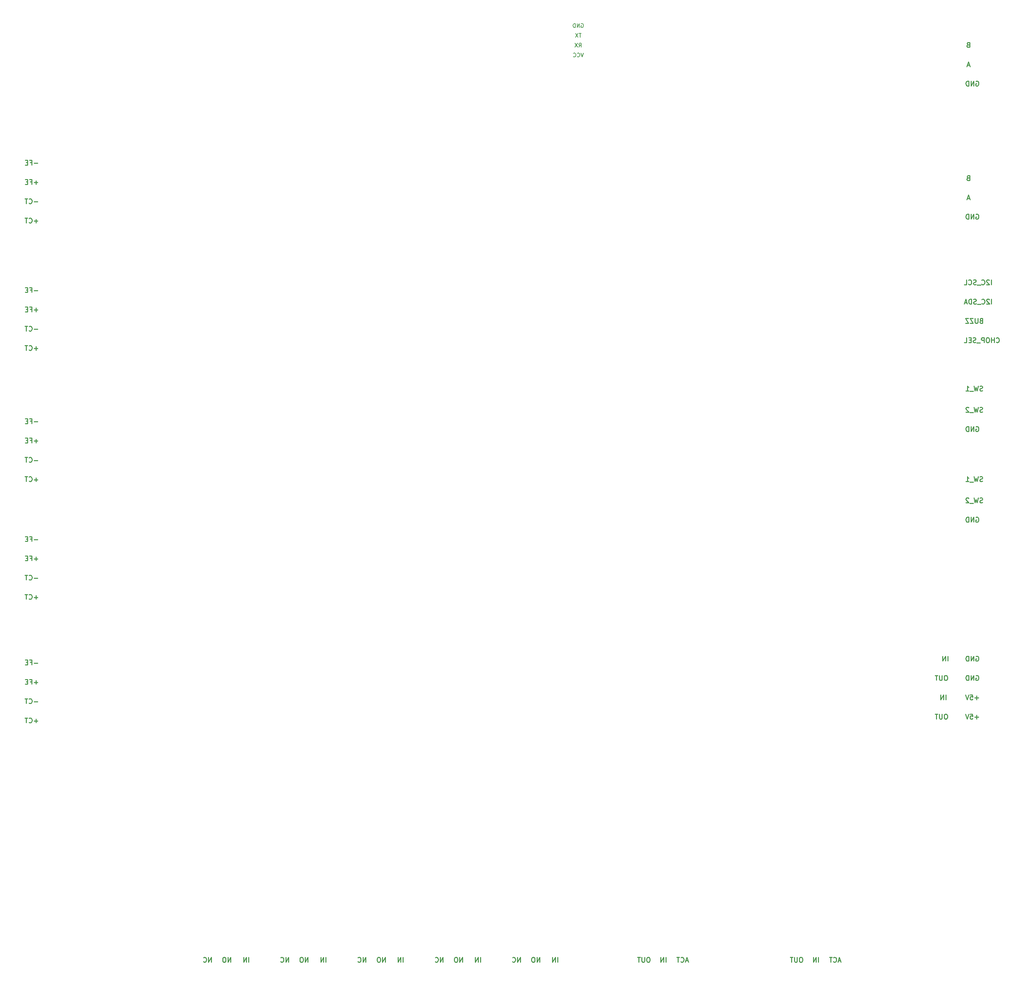
<source format=gbr>
%TF.GenerationSoftware,KiCad,Pcbnew,6.0.10-86aedd382b~118~ubuntu18.04.1*%
%TF.CreationDate,2024-06-09T22:46:36-03:00*%
%TF.ProjectId,salt,73616c74-2e6b-4696-9361-645f70636258,1.5*%
%TF.SameCoordinates,Original*%
%TF.FileFunction,Legend,Bot*%
%TF.FilePolarity,Positive*%
%FSLAX46Y46*%
G04 Gerber Fmt 4.6, Leading zero omitted, Abs format (unit mm)*
G04 Created by KiCad (PCBNEW 6.0.10-86aedd382b~118~ubuntu18.04.1) date 2024-06-09 22:46:36*
%MOMM*%
%LPD*%
G01*
G04 APERTURE LIST*
%ADD10C,0.250000*%
%ADD11C,0.150000*%
G04 APERTURE END LIST*
D10*
X45577380Y-120089285D02*
X44625000Y-120089285D01*
X43315476Y-120446428D02*
X43375000Y-120505952D01*
X43553571Y-120565476D01*
X43672619Y-120565476D01*
X43851190Y-120505952D01*
X43970238Y-120386904D01*
X44029761Y-120267857D01*
X44089285Y-120029761D01*
X44089285Y-119851190D01*
X44029761Y-119613095D01*
X43970238Y-119494047D01*
X43851190Y-119375000D01*
X43672619Y-119315476D01*
X43553571Y-119315476D01*
X43375000Y-119375000D01*
X43315476Y-119434523D01*
X42958333Y-119315476D02*
X42244047Y-119315476D01*
X42601190Y-120565476D02*
X42601190Y-119315476D01*
X160154761Y-284065476D02*
X160154761Y-282815476D01*
X159559523Y-284065476D02*
X159559523Y-282815476D01*
X158845238Y-284065476D01*
X158845238Y-282815476D01*
X45577380Y-206589285D02*
X44625000Y-206589285D01*
X43613095Y-206410714D02*
X44029761Y-206410714D01*
X44029761Y-207065476D02*
X44029761Y-205815476D01*
X43434523Y-205815476D01*
X42958333Y-206410714D02*
X42541666Y-206410714D01*
X42363095Y-207065476D02*
X42958333Y-207065476D01*
X42958333Y-205815476D01*
X42363095Y-205815476D01*
X95511904Y-284065476D02*
X95511904Y-282815476D01*
X94797619Y-284065476D01*
X94797619Y-282815476D01*
X93964285Y-282815476D02*
X93726190Y-282815476D01*
X93607142Y-282875000D01*
X93488095Y-282994047D01*
X93428571Y-283232142D01*
X93428571Y-283648809D01*
X93488095Y-283886904D01*
X93607142Y-284005952D01*
X93726190Y-284065476D01*
X93964285Y-284065476D01*
X94083333Y-284005952D01*
X94202380Y-283886904D01*
X94261904Y-283648809D01*
X94261904Y-283232142D01*
X94202380Y-282994047D01*
X94083333Y-282875000D01*
X93964285Y-282815476D01*
X290142857Y-159505952D02*
X289964285Y-159565476D01*
X289666666Y-159565476D01*
X289547619Y-159505952D01*
X289488095Y-159446428D01*
X289428571Y-159327380D01*
X289428571Y-159208333D01*
X289488095Y-159089285D01*
X289547619Y-159029761D01*
X289666666Y-158970238D01*
X289904761Y-158910714D01*
X290023809Y-158851190D01*
X290083333Y-158791666D01*
X290142857Y-158672619D01*
X290142857Y-158553571D01*
X290083333Y-158434523D01*
X290023809Y-158375000D01*
X289904761Y-158315476D01*
X289607142Y-158315476D01*
X289428571Y-158375000D01*
X289011904Y-158315476D02*
X288714285Y-159565476D01*
X288476190Y-158672619D01*
X288238095Y-159565476D01*
X287940476Y-158315476D01*
X287761904Y-159684523D02*
X286809523Y-159684523D01*
X285857142Y-159565476D02*
X286571428Y-159565476D01*
X286214285Y-159565476D02*
X286214285Y-158315476D01*
X286333333Y-158494047D01*
X286452380Y-158613095D01*
X286571428Y-158672619D01*
X280750000Y-209815476D02*
X280511904Y-209815476D01*
X280392857Y-209875000D01*
X280273809Y-209994047D01*
X280214285Y-210232142D01*
X280214285Y-210648809D01*
X280273809Y-210886904D01*
X280392857Y-211005952D01*
X280511904Y-211065476D01*
X280750000Y-211065476D01*
X280869047Y-211005952D01*
X280988095Y-210886904D01*
X281047619Y-210648809D01*
X281047619Y-210232142D01*
X280988095Y-209994047D01*
X280869047Y-209875000D01*
X280750000Y-209815476D01*
X279678571Y-209815476D02*
X279678571Y-210827380D01*
X279619047Y-210946428D01*
X279559523Y-211005952D01*
X279440476Y-211065476D01*
X279202380Y-211065476D01*
X279083333Y-211005952D01*
X279023809Y-210946428D01*
X278964285Y-210827380D01*
X278964285Y-209815476D01*
X278547619Y-209815476D02*
X277833333Y-209815476D01*
X278190476Y-211065476D02*
X278190476Y-209815476D01*
X155511904Y-284065476D02*
X155511904Y-282815476D01*
X154797619Y-284065476D01*
X154797619Y-282815476D01*
X153964285Y-282815476D02*
X153726190Y-282815476D01*
X153607142Y-282875000D01*
X153488095Y-282994047D01*
X153428571Y-283232142D01*
X153428571Y-283648809D01*
X153488095Y-283886904D01*
X153607142Y-284005952D01*
X153726190Y-284065476D01*
X153964285Y-284065476D01*
X154083333Y-284005952D01*
X154202380Y-283886904D01*
X154261904Y-283648809D01*
X154261904Y-283232142D01*
X154202380Y-282994047D01*
X154083333Y-282875000D01*
X153964285Y-282815476D01*
X45577380Y-82089285D02*
X44625000Y-82089285D01*
X45101190Y-82565476D02*
X45101190Y-81613095D01*
X43613095Y-81910714D02*
X44029761Y-81910714D01*
X44029761Y-82565476D02*
X44029761Y-81315476D01*
X43434523Y-81315476D01*
X42958333Y-81910714D02*
X42541666Y-81910714D01*
X42363095Y-82565476D02*
X42958333Y-82565476D01*
X42958333Y-81315476D01*
X42363095Y-81315476D01*
X288452380Y-209875000D02*
X288571428Y-209815476D01*
X288750000Y-209815476D01*
X288928571Y-209875000D01*
X289047619Y-209994047D01*
X289107142Y-210113095D01*
X289166666Y-210351190D01*
X289166666Y-210529761D01*
X289107142Y-210767857D01*
X289047619Y-210886904D01*
X288928571Y-211005952D01*
X288750000Y-211065476D01*
X288630952Y-211065476D01*
X288452380Y-211005952D01*
X288392857Y-210946428D01*
X288392857Y-210529761D01*
X288630952Y-210529761D01*
X287857142Y-211065476D02*
X287857142Y-209815476D01*
X287142857Y-211065476D01*
X287142857Y-209815476D01*
X286547619Y-211065476D02*
X286547619Y-209815476D01*
X286250000Y-209815476D01*
X286071428Y-209875000D01*
X285952380Y-209994047D01*
X285892857Y-210113095D01*
X285833333Y-210351190D01*
X285833333Y-210529761D01*
X285892857Y-210767857D01*
X285952380Y-210886904D01*
X286071428Y-211005952D01*
X286250000Y-211065476D01*
X286547619Y-211065476D01*
X288452380Y-90375000D02*
X288571428Y-90315476D01*
X288750000Y-90315476D01*
X288928571Y-90375000D01*
X289047619Y-90494047D01*
X289107142Y-90613095D01*
X289166666Y-90851190D01*
X289166666Y-91029761D01*
X289107142Y-91267857D01*
X289047619Y-91386904D01*
X288928571Y-91505952D01*
X288750000Y-91565476D01*
X288630952Y-91565476D01*
X288452380Y-91505952D01*
X288392857Y-91446428D01*
X288392857Y-91029761D01*
X288630952Y-91029761D01*
X287857142Y-91565476D02*
X287857142Y-90315476D01*
X287142857Y-91565476D01*
X287142857Y-90315476D01*
X286547619Y-91565476D02*
X286547619Y-90315476D01*
X286250000Y-90315476D01*
X286071428Y-90375000D01*
X285952380Y-90494047D01*
X285892857Y-90613095D01*
X285833333Y-90851190D01*
X285833333Y-91029761D01*
X285892857Y-91267857D01*
X285952380Y-91386904D01*
X286071428Y-91505952D01*
X286250000Y-91565476D01*
X286547619Y-91565476D01*
X213898809Y-283708333D02*
X213303571Y-283708333D01*
X214017857Y-284065476D02*
X213601190Y-282815476D01*
X213184523Y-284065476D01*
X212053571Y-283946428D02*
X212113095Y-284005952D01*
X212291666Y-284065476D01*
X212410714Y-284065476D01*
X212589285Y-284005952D01*
X212708333Y-283886904D01*
X212767857Y-283767857D01*
X212827380Y-283529761D01*
X212827380Y-283351190D01*
X212767857Y-283113095D01*
X212708333Y-282994047D01*
X212589285Y-282875000D01*
X212410714Y-282815476D01*
X212291666Y-282815476D01*
X212113095Y-282875000D01*
X212053571Y-282934523D01*
X211696428Y-282815476D02*
X210982142Y-282815476D01*
X211339285Y-284065476D02*
X211339285Y-282815476D01*
X45577380Y-87089285D02*
X44625000Y-87089285D01*
X43315476Y-87446428D02*
X43375000Y-87505952D01*
X43553571Y-87565476D01*
X43672619Y-87565476D01*
X43851190Y-87505952D01*
X43970238Y-87386904D01*
X44029761Y-87267857D01*
X44089285Y-87029761D01*
X44089285Y-86851190D01*
X44029761Y-86613095D01*
X43970238Y-86494047D01*
X43851190Y-86375000D01*
X43672619Y-86315476D01*
X43553571Y-86315476D01*
X43375000Y-86375000D01*
X43315476Y-86434523D01*
X42958333Y-86315476D02*
X42244047Y-86315476D01*
X42601190Y-87565476D02*
X42601190Y-86315476D01*
X90482142Y-284065476D02*
X90482142Y-282815476D01*
X89767857Y-284065476D01*
X89767857Y-282815476D01*
X88458333Y-283946428D02*
X88517857Y-284005952D01*
X88696428Y-284065476D01*
X88815476Y-284065476D01*
X88994047Y-284005952D01*
X89113095Y-283886904D01*
X89172619Y-283767857D01*
X89232142Y-283529761D01*
X89232142Y-283351190D01*
X89172619Y-283113095D01*
X89113095Y-282994047D01*
X88994047Y-282875000D01*
X88815476Y-282815476D01*
X88696428Y-282815476D01*
X88517857Y-282875000D01*
X88458333Y-282934523D01*
X280750000Y-219815476D02*
X280511904Y-219815476D01*
X280392857Y-219875000D01*
X280273809Y-219994047D01*
X280214285Y-220232142D01*
X280214285Y-220648809D01*
X280273809Y-220886904D01*
X280392857Y-221005952D01*
X280511904Y-221065476D01*
X280750000Y-221065476D01*
X280869047Y-221005952D01*
X280988095Y-220886904D01*
X281047619Y-220648809D01*
X281047619Y-220232142D01*
X280988095Y-219994047D01*
X280869047Y-219875000D01*
X280750000Y-219815476D01*
X279678571Y-219815476D02*
X279678571Y-220827380D01*
X279619047Y-220946428D01*
X279559523Y-221005952D01*
X279440476Y-221065476D01*
X279202380Y-221065476D01*
X279083333Y-221005952D01*
X279023809Y-220946428D01*
X278964285Y-220827380D01*
X278964285Y-219815476D01*
X278547619Y-219815476D02*
X277833333Y-219815476D01*
X278190476Y-221065476D02*
X278190476Y-219815476D01*
X253398809Y-283708333D02*
X252803571Y-283708333D01*
X253517857Y-284065476D02*
X253101190Y-282815476D01*
X252684523Y-284065476D01*
X251553571Y-283946428D02*
X251613095Y-284005952D01*
X251791666Y-284065476D01*
X251910714Y-284065476D01*
X252089285Y-284005952D01*
X252208333Y-283886904D01*
X252267857Y-283767857D01*
X252327380Y-283529761D01*
X252327380Y-283351190D01*
X252267857Y-283113095D01*
X252208333Y-282994047D01*
X252089285Y-282875000D01*
X251910714Y-282815476D01*
X251791666Y-282815476D01*
X251613095Y-282875000D01*
X251553571Y-282934523D01*
X251196428Y-282815476D02*
X250482142Y-282815476D01*
X250839285Y-284065476D02*
X250839285Y-282815476D01*
X280654761Y-216065476D02*
X280654761Y-214815476D01*
X280059523Y-216065476D02*
X280059523Y-214815476D01*
X279345238Y-216065476D01*
X279345238Y-214815476D01*
X293690476Y-123446428D02*
X293750000Y-123505952D01*
X293928571Y-123565476D01*
X294047619Y-123565476D01*
X294226190Y-123505952D01*
X294345238Y-123386904D01*
X294404761Y-123267857D01*
X294464285Y-123029761D01*
X294464285Y-122851190D01*
X294404761Y-122613095D01*
X294345238Y-122494047D01*
X294226190Y-122375000D01*
X294047619Y-122315476D01*
X293928571Y-122315476D01*
X293750000Y-122375000D01*
X293690476Y-122434523D01*
X293154761Y-123565476D02*
X293154761Y-122315476D01*
X293154761Y-122910714D02*
X292440476Y-122910714D01*
X292440476Y-123565476D02*
X292440476Y-122315476D01*
X291607142Y-122315476D02*
X291369047Y-122315476D01*
X291250000Y-122375000D01*
X291130952Y-122494047D01*
X291071428Y-122732142D01*
X291071428Y-123148809D01*
X291130952Y-123386904D01*
X291250000Y-123505952D01*
X291369047Y-123565476D01*
X291607142Y-123565476D01*
X291726190Y-123505952D01*
X291845238Y-123386904D01*
X291904761Y-123148809D01*
X291904761Y-122732142D01*
X291845238Y-122494047D01*
X291726190Y-122375000D01*
X291607142Y-122315476D01*
X290535714Y-123565476D02*
X290535714Y-122315476D01*
X290059523Y-122315476D01*
X289940476Y-122375000D01*
X289880952Y-122434523D01*
X289821428Y-122553571D01*
X289821428Y-122732142D01*
X289880952Y-122851190D01*
X289940476Y-122910714D01*
X290059523Y-122970238D01*
X290535714Y-122970238D01*
X289583333Y-123684523D02*
X288630952Y-123684523D01*
X288392857Y-123505952D02*
X288214285Y-123565476D01*
X287916666Y-123565476D01*
X287797619Y-123505952D01*
X287738095Y-123446428D01*
X287678571Y-123327380D01*
X287678571Y-123208333D01*
X287738095Y-123089285D01*
X287797619Y-123029761D01*
X287916666Y-122970238D01*
X288154761Y-122910714D01*
X288273809Y-122851190D01*
X288333333Y-122791666D01*
X288392857Y-122672619D01*
X288392857Y-122553571D01*
X288333333Y-122434523D01*
X288273809Y-122375000D01*
X288154761Y-122315476D01*
X287857142Y-122315476D01*
X287678571Y-122375000D01*
X287142857Y-122910714D02*
X286726190Y-122910714D01*
X286547619Y-123565476D02*
X287142857Y-123565476D01*
X287142857Y-122315476D01*
X286547619Y-122315476D01*
X285416666Y-123565476D02*
X286011904Y-123565476D01*
X286011904Y-122315476D01*
X288452380Y-145375000D02*
X288571428Y-145315476D01*
X288750000Y-145315476D01*
X288928571Y-145375000D01*
X289047619Y-145494047D01*
X289107142Y-145613095D01*
X289166666Y-145851190D01*
X289166666Y-146029761D01*
X289107142Y-146267857D01*
X289047619Y-146386904D01*
X288928571Y-146505952D01*
X288750000Y-146565476D01*
X288630952Y-146565476D01*
X288452380Y-146505952D01*
X288392857Y-146446428D01*
X288392857Y-146029761D01*
X288630952Y-146029761D01*
X287857142Y-146565476D02*
X287857142Y-145315476D01*
X287142857Y-146565476D01*
X287142857Y-145315476D01*
X286547619Y-146565476D02*
X286547619Y-145315476D01*
X286250000Y-145315476D01*
X286071428Y-145375000D01*
X285952380Y-145494047D01*
X285892857Y-145613095D01*
X285833333Y-145851190D01*
X285833333Y-146029761D01*
X285892857Y-146267857D01*
X285952380Y-146386904D01*
X286071428Y-146505952D01*
X286250000Y-146565476D01*
X286547619Y-146565476D01*
X45577380Y-189589285D02*
X44625000Y-189589285D01*
X45101190Y-190065476D02*
X45101190Y-189113095D01*
X43315476Y-189946428D02*
X43375000Y-190005952D01*
X43553571Y-190065476D01*
X43672619Y-190065476D01*
X43851190Y-190005952D01*
X43970238Y-189886904D01*
X44029761Y-189767857D01*
X44089285Y-189529761D01*
X44089285Y-189351190D01*
X44029761Y-189113095D01*
X43970238Y-188994047D01*
X43851190Y-188875000D01*
X43672619Y-188815476D01*
X43553571Y-188815476D01*
X43375000Y-188875000D01*
X43315476Y-188934523D01*
X42958333Y-188815476D02*
X42244047Y-188815476D01*
X42601190Y-190065476D02*
X42601190Y-188815476D01*
X175511904Y-284065476D02*
X175511904Y-282815476D01*
X174797619Y-284065476D01*
X174797619Y-282815476D01*
X173964285Y-282815476D02*
X173726190Y-282815476D01*
X173607142Y-282875000D01*
X173488095Y-282994047D01*
X173428571Y-283232142D01*
X173428571Y-283648809D01*
X173488095Y-283886904D01*
X173607142Y-284005952D01*
X173726190Y-284065476D01*
X173964285Y-284065476D01*
X174083333Y-284005952D01*
X174202380Y-283886904D01*
X174261904Y-283648809D01*
X174261904Y-283232142D01*
X174202380Y-282994047D01*
X174083333Y-282875000D01*
X173964285Y-282815476D01*
X170482142Y-284065476D02*
X170482142Y-282815476D01*
X169767857Y-284065476D01*
X169767857Y-282815476D01*
X168458333Y-283946428D02*
X168517857Y-284005952D01*
X168696428Y-284065476D01*
X168815476Y-284065476D01*
X168994047Y-284005952D01*
X169113095Y-283886904D01*
X169172619Y-283767857D01*
X169232142Y-283529761D01*
X169232142Y-283351190D01*
X169172619Y-283113095D01*
X169113095Y-282994047D01*
X168994047Y-282875000D01*
X168815476Y-282815476D01*
X168696428Y-282815476D01*
X168517857Y-282875000D01*
X168458333Y-282934523D01*
X45577380Y-159089285D02*
X44625000Y-159089285D01*
X45101190Y-159565476D02*
X45101190Y-158613095D01*
X43315476Y-159446428D02*
X43375000Y-159505952D01*
X43553571Y-159565476D01*
X43672619Y-159565476D01*
X43851190Y-159505952D01*
X43970238Y-159386904D01*
X44029761Y-159267857D01*
X44089285Y-159029761D01*
X44089285Y-158851190D01*
X44029761Y-158613095D01*
X43970238Y-158494047D01*
X43851190Y-158375000D01*
X43672619Y-158315476D01*
X43553571Y-158315476D01*
X43375000Y-158375000D01*
X43315476Y-158434523D01*
X42958333Y-158315476D02*
X42244047Y-158315476D01*
X42601190Y-159565476D02*
X42601190Y-158315476D01*
X45577380Y-149089285D02*
X44625000Y-149089285D01*
X45101190Y-149565476D02*
X45101190Y-148613095D01*
X43613095Y-148910714D02*
X44029761Y-148910714D01*
X44029761Y-149565476D02*
X44029761Y-148315476D01*
X43434523Y-148315476D01*
X42958333Y-148910714D02*
X42541666Y-148910714D01*
X42363095Y-149565476D02*
X42958333Y-149565476D01*
X42958333Y-148315476D01*
X42363095Y-148315476D01*
X289107142Y-215589285D02*
X288154761Y-215589285D01*
X288630952Y-216065476D02*
X288630952Y-215113095D01*
X286964285Y-214815476D02*
X287559523Y-214815476D01*
X287619047Y-215410714D01*
X287559523Y-215351190D01*
X287440476Y-215291666D01*
X287142857Y-215291666D01*
X287023809Y-215351190D01*
X286964285Y-215410714D01*
X286904761Y-215529761D01*
X286904761Y-215827380D01*
X286964285Y-215946428D01*
X287023809Y-216005952D01*
X287142857Y-216065476D01*
X287440476Y-216065476D01*
X287559523Y-216005952D01*
X287619047Y-215946428D01*
X286547619Y-214815476D02*
X286130952Y-216065476D01*
X285714285Y-214815476D01*
X120154761Y-284065476D02*
X120154761Y-282815476D01*
X119559523Y-284065476D02*
X119559523Y-282815476D01*
X118845238Y-284065476D01*
X118845238Y-282815476D01*
X45577380Y-184589285D02*
X44625000Y-184589285D01*
X43315476Y-184946428D02*
X43375000Y-185005952D01*
X43553571Y-185065476D01*
X43672619Y-185065476D01*
X43851190Y-185005952D01*
X43970238Y-184886904D01*
X44029761Y-184767857D01*
X44089285Y-184529761D01*
X44089285Y-184351190D01*
X44029761Y-184113095D01*
X43970238Y-183994047D01*
X43851190Y-183875000D01*
X43672619Y-183815476D01*
X43553571Y-183815476D01*
X43375000Y-183875000D01*
X43315476Y-183934523D01*
X42958333Y-183815476D02*
X42244047Y-183815476D01*
X42601190Y-185065476D02*
X42601190Y-183815476D01*
X290142857Y-165005952D02*
X289964285Y-165065476D01*
X289666666Y-165065476D01*
X289547619Y-165005952D01*
X289488095Y-164946428D01*
X289428571Y-164827380D01*
X289428571Y-164708333D01*
X289488095Y-164589285D01*
X289547619Y-164529761D01*
X289666666Y-164470238D01*
X289904761Y-164410714D01*
X290023809Y-164351190D01*
X290083333Y-164291666D01*
X290142857Y-164172619D01*
X290142857Y-164053571D01*
X290083333Y-163934523D01*
X290023809Y-163875000D01*
X289904761Y-163815476D01*
X289607142Y-163815476D01*
X289428571Y-163875000D01*
X289011904Y-163815476D02*
X288714285Y-165065476D01*
X288476190Y-164172619D01*
X288238095Y-165065476D01*
X287940476Y-163815476D01*
X287761904Y-165184523D02*
X286809523Y-165184523D01*
X286571428Y-163934523D02*
X286511904Y-163875000D01*
X286392857Y-163815476D01*
X286095238Y-163815476D01*
X285976190Y-163875000D01*
X285916666Y-163934523D01*
X285857142Y-164053571D01*
X285857142Y-164172619D01*
X285916666Y-164351190D01*
X286630952Y-165065476D01*
X285857142Y-165065476D01*
X243250000Y-282815476D02*
X243011904Y-282815476D01*
X242892857Y-282875000D01*
X242773809Y-282994047D01*
X242714285Y-283232142D01*
X242714285Y-283648809D01*
X242773809Y-283886904D01*
X242892857Y-284005952D01*
X243011904Y-284065476D01*
X243250000Y-284065476D01*
X243369047Y-284005952D01*
X243488095Y-283886904D01*
X243547619Y-283648809D01*
X243547619Y-283232142D01*
X243488095Y-282994047D01*
X243369047Y-282875000D01*
X243250000Y-282815476D01*
X242178571Y-282815476D02*
X242178571Y-283827380D01*
X242119047Y-283946428D01*
X242059523Y-284005952D01*
X241940476Y-284065476D01*
X241702380Y-284065476D01*
X241583333Y-284005952D01*
X241523809Y-283946428D01*
X241464285Y-283827380D01*
X241464285Y-282815476D01*
X241047619Y-282815476D02*
X240333333Y-282815476D01*
X240690476Y-284065476D02*
X240690476Y-282815476D01*
X45577380Y-115089285D02*
X44625000Y-115089285D01*
X45101190Y-115565476D02*
X45101190Y-114613095D01*
X43613095Y-114910714D02*
X44029761Y-114910714D01*
X44029761Y-115565476D02*
X44029761Y-114315476D01*
X43434523Y-114315476D01*
X42958333Y-114910714D02*
X42541666Y-114910714D01*
X42363095Y-115565476D02*
X42958333Y-115565476D01*
X42958333Y-114315476D01*
X42363095Y-114315476D01*
X115511904Y-284065476D02*
X115511904Y-282815476D01*
X114797619Y-284065476D01*
X114797619Y-282815476D01*
X113964285Y-282815476D02*
X113726190Y-282815476D01*
X113607142Y-282875000D01*
X113488095Y-282994047D01*
X113428571Y-283232142D01*
X113428571Y-283648809D01*
X113488095Y-283886904D01*
X113607142Y-284005952D01*
X113726190Y-284065476D01*
X113964285Y-284065476D01*
X114083333Y-284005952D01*
X114202380Y-283886904D01*
X114261904Y-283648809D01*
X114261904Y-283232142D01*
X114202380Y-282994047D01*
X114083333Y-282875000D01*
X113964285Y-282815476D01*
X288452380Y-55875000D02*
X288571428Y-55815476D01*
X288750000Y-55815476D01*
X288928571Y-55875000D01*
X289047619Y-55994047D01*
X289107142Y-56113095D01*
X289166666Y-56351190D01*
X289166666Y-56529761D01*
X289107142Y-56767857D01*
X289047619Y-56886904D01*
X288928571Y-57005952D01*
X288750000Y-57065476D01*
X288630952Y-57065476D01*
X288452380Y-57005952D01*
X288392857Y-56946428D01*
X288392857Y-56529761D01*
X288630952Y-56529761D01*
X287857142Y-57065476D02*
X287857142Y-55815476D01*
X287142857Y-57065476D01*
X287142857Y-55815476D01*
X286547619Y-57065476D02*
X286547619Y-55815476D01*
X286250000Y-55815476D01*
X286071428Y-55875000D01*
X285952380Y-55994047D01*
X285892857Y-56113095D01*
X285833333Y-56351190D01*
X285833333Y-56529761D01*
X285892857Y-56767857D01*
X285952380Y-56886904D01*
X286071428Y-57005952D01*
X286250000Y-57065476D01*
X286547619Y-57065476D01*
X286797619Y-86208333D02*
X286202380Y-86208333D01*
X286916666Y-86565476D02*
X286500000Y-85315476D01*
X286083333Y-86565476D01*
X208154761Y-284065476D02*
X208154761Y-282815476D01*
X207559523Y-284065476D02*
X207559523Y-282815476D01*
X206845238Y-284065476D01*
X206845238Y-282815476D01*
X45577380Y-92089285D02*
X44625000Y-92089285D01*
X45101190Y-92565476D02*
X45101190Y-91613095D01*
X43315476Y-92446428D02*
X43375000Y-92505952D01*
X43553571Y-92565476D01*
X43672619Y-92565476D01*
X43851190Y-92505952D01*
X43970238Y-92386904D01*
X44029761Y-92267857D01*
X44089285Y-92029761D01*
X44089285Y-91851190D01*
X44029761Y-91613095D01*
X43970238Y-91494047D01*
X43851190Y-91375000D01*
X43672619Y-91315476D01*
X43553571Y-91315476D01*
X43375000Y-91375000D01*
X43315476Y-91434523D01*
X42958333Y-91315476D02*
X42244047Y-91315476D01*
X42601190Y-92565476D02*
X42601190Y-91315476D01*
X203750000Y-282815476D02*
X203511904Y-282815476D01*
X203392857Y-282875000D01*
X203273809Y-282994047D01*
X203214285Y-283232142D01*
X203214285Y-283648809D01*
X203273809Y-283886904D01*
X203392857Y-284005952D01*
X203511904Y-284065476D01*
X203750000Y-284065476D01*
X203869047Y-284005952D01*
X203988095Y-283886904D01*
X204047619Y-283648809D01*
X204047619Y-283232142D01*
X203988095Y-282994047D01*
X203869047Y-282875000D01*
X203750000Y-282815476D01*
X202678571Y-282815476D02*
X202678571Y-283827380D01*
X202619047Y-283946428D01*
X202559523Y-284005952D01*
X202440476Y-284065476D01*
X202202380Y-284065476D01*
X202083333Y-284005952D01*
X202023809Y-283946428D01*
X201964285Y-283827380D01*
X201964285Y-282815476D01*
X201547619Y-282815476D02*
X200833333Y-282815476D01*
X201190476Y-284065476D02*
X201190476Y-282815476D01*
X281154761Y-206065476D02*
X281154761Y-204815476D01*
X280559523Y-206065476D02*
X280559523Y-204815476D01*
X279845238Y-206065476D01*
X279845238Y-204815476D01*
X247654761Y-284065476D02*
X247654761Y-282815476D01*
X247059523Y-284065476D02*
X247059523Y-282815476D01*
X246345238Y-284065476D01*
X246345238Y-282815476D01*
X45577380Y-211589285D02*
X44625000Y-211589285D01*
X45101190Y-212065476D02*
X45101190Y-211113095D01*
X43613095Y-211410714D02*
X44029761Y-211410714D01*
X44029761Y-212065476D02*
X44029761Y-210815476D01*
X43434523Y-210815476D01*
X42958333Y-211410714D02*
X42541666Y-211410714D01*
X42363095Y-212065476D02*
X42958333Y-212065476D01*
X42958333Y-210815476D01*
X42363095Y-210815476D01*
X290142857Y-141505952D02*
X289964285Y-141565476D01*
X289666666Y-141565476D01*
X289547619Y-141505952D01*
X289488095Y-141446428D01*
X289428571Y-141327380D01*
X289428571Y-141208333D01*
X289488095Y-141089285D01*
X289547619Y-141029761D01*
X289666666Y-140970238D01*
X289904761Y-140910714D01*
X290023809Y-140851190D01*
X290083333Y-140791666D01*
X290142857Y-140672619D01*
X290142857Y-140553571D01*
X290083333Y-140434523D01*
X290023809Y-140375000D01*
X289904761Y-140315476D01*
X289607142Y-140315476D01*
X289428571Y-140375000D01*
X289011904Y-140315476D02*
X288714285Y-141565476D01*
X288476190Y-140672619D01*
X288238095Y-141565476D01*
X287940476Y-140315476D01*
X287761904Y-141684523D02*
X286809523Y-141684523D01*
X286571428Y-140434523D02*
X286511904Y-140375000D01*
X286392857Y-140315476D01*
X286095238Y-140315476D01*
X285976190Y-140375000D01*
X285916666Y-140434523D01*
X285857142Y-140553571D01*
X285857142Y-140672619D01*
X285916666Y-140851190D01*
X286630952Y-141565476D01*
X285857142Y-141565476D01*
X289755952Y-117910714D02*
X289577380Y-117970238D01*
X289517857Y-118029761D01*
X289458333Y-118148809D01*
X289458333Y-118327380D01*
X289517857Y-118446428D01*
X289577380Y-118505952D01*
X289696428Y-118565476D01*
X290172619Y-118565476D01*
X290172619Y-117315476D01*
X289755952Y-117315476D01*
X289636904Y-117375000D01*
X289577380Y-117434523D01*
X289517857Y-117553571D01*
X289517857Y-117672619D01*
X289577380Y-117791666D01*
X289636904Y-117851190D01*
X289755952Y-117910714D01*
X290172619Y-117910714D01*
X288922619Y-117315476D02*
X288922619Y-118327380D01*
X288863095Y-118446428D01*
X288803571Y-118505952D01*
X288684523Y-118565476D01*
X288446428Y-118565476D01*
X288327380Y-118505952D01*
X288267857Y-118446428D01*
X288208333Y-118327380D01*
X288208333Y-117315476D01*
X287732142Y-117315476D02*
X286898809Y-117315476D01*
X287732142Y-118565476D01*
X286898809Y-118565476D01*
X286541666Y-117315476D02*
X285708333Y-117315476D01*
X286541666Y-118565476D01*
X285708333Y-118565476D01*
X288452380Y-204875000D02*
X288571428Y-204815476D01*
X288750000Y-204815476D01*
X288928571Y-204875000D01*
X289047619Y-204994047D01*
X289107142Y-205113095D01*
X289166666Y-205351190D01*
X289166666Y-205529761D01*
X289107142Y-205767857D01*
X289047619Y-205886904D01*
X288928571Y-206005952D01*
X288750000Y-206065476D01*
X288630952Y-206065476D01*
X288452380Y-206005952D01*
X288392857Y-205946428D01*
X288392857Y-205529761D01*
X288630952Y-205529761D01*
X287857142Y-206065476D02*
X287857142Y-204815476D01*
X287142857Y-206065476D01*
X287142857Y-204815476D01*
X286547619Y-206065476D02*
X286547619Y-204815476D01*
X286250000Y-204815476D01*
X286071428Y-204875000D01*
X285952380Y-204994047D01*
X285892857Y-205113095D01*
X285833333Y-205351190D01*
X285833333Y-205529761D01*
X285892857Y-205767857D01*
X285952380Y-205886904D01*
X286071428Y-206005952D01*
X286250000Y-206065476D01*
X286547619Y-206065476D01*
X286797619Y-51708333D02*
X286202380Y-51708333D01*
X286916666Y-52065476D02*
X286500000Y-50815476D01*
X286083333Y-52065476D01*
X45577380Y-77089285D02*
X44625000Y-77089285D01*
X43613095Y-76910714D02*
X44029761Y-76910714D01*
X44029761Y-77565476D02*
X44029761Y-76315476D01*
X43434523Y-76315476D01*
X42958333Y-76910714D02*
X42541666Y-76910714D01*
X42363095Y-77565476D02*
X42958333Y-77565476D01*
X42958333Y-76315476D01*
X42363095Y-76315476D01*
X45577380Y-216589285D02*
X44625000Y-216589285D01*
X43315476Y-216946428D02*
X43375000Y-217005952D01*
X43553571Y-217065476D01*
X43672619Y-217065476D01*
X43851190Y-217005952D01*
X43970238Y-216886904D01*
X44029761Y-216767857D01*
X44089285Y-216529761D01*
X44089285Y-216351190D01*
X44029761Y-216113095D01*
X43970238Y-215994047D01*
X43851190Y-215875000D01*
X43672619Y-215815476D01*
X43553571Y-215815476D01*
X43375000Y-215875000D01*
X43315476Y-215934523D01*
X42958333Y-215815476D02*
X42244047Y-215815476D01*
X42601190Y-217065476D02*
X42601190Y-215815476D01*
X45577380Y-174589285D02*
X44625000Y-174589285D01*
X43613095Y-174410714D02*
X44029761Y-174410714D01*
X44029761Y-175065476D02*
X44029761Y-173815476D01*
X43434523Y-173815476D01*
X42958333Y-174410714D02*
X42541666Y-174410714D01*
X42363095Y-175065476D02*
X42958333Y-175065476D01*
X42958333Y-173815476D01*
X42363095Y-173815476D01*
X290142857Y-136005952D02*
X289964285Y-136065476D01*
X289666666Y-136065476D01*
X289547619Y-136005952D01*
X289488095Y-135946428D01*
X289428571Y-135827380D01*
X289428571Y-135708333D01*
X289488095Y-135589285D01*
X289547619Y-135529761D01*
X289666666Y-135470238D01*
X289904761Y-135410714D01*
X290023809Y-135351190D01*
X290083333Y-135291666D01*
X290142857Y-135172619D01*
X290142857Y-135053571D01*
X290083333Y-134934523D01*
X290023809Y-134875000D01*
X289904761Y-134815476D01*
X289607142Y-134815476D01*
X289428571Y-134875000D01*
X289011904Y-134815476D02*
X288714285Y-136065476D01*
X288476190Y-135172619D01*
X288238095Y-136065476D01*
X287940476Y-134815476D01*
X287761904Y-136184523D02*
X286809523Y-136184523D01*
X285857142Y-136065476D02*
X286571428Y-136065476D01*
X286214285Y-136065476D02*
X286214285Y-134815476D01*
X286333333Y-134994047D01*
X286452380Y-135113095D01*
X286571428Y-135172619D01*
X110482142Y-284065476D02*
X110482142Y-282815476D01*
X109767857Y-284065476D01*
X109767857Y-282815476D01*
X108458333Y-283946428D02*
X108517857Y-284005952D01*
X108696428Y-284065476D01*
X108815476Y-284065476D01*
X108994047Y-284005952D01*
X109113095Y-283886904D01*
X109172619Y-283767857D01*
X109232142Y-283529761D01*
X109232142Y-283351190D01*
X109172619Y-283113095D01*
X109113095Y-282994047D01*
X108994047Y-282875000D01*
X108815476Y-282815476D01*
X108696428Y-282815476D01*
X108517857Y-282875000D01*
X108458333Y-282934523D01*
X286410714Y-46410714D02*
X286232142Y-46470238D01*
X286172619Y-46529761D01*
X286113095Y-46648809D01*
X286113095Y-46827380D01*
X286172619Y-46946428D01*
X286232142Y-47005952D01*
X286351190Y-47065476D01*
X286827380Y-47065476D01*
X286827380Y-45815476D01*
X286410714Y-45815476D01*
X286291666Y-45875000D01*
X286232142Y-45934523D01*
X286172619Y-46053571D01*
X286172619Y-46172619D01*
X286232142Y-46291666D01*
X286291666Y-46351190D01*
X286410714Y-46410714D01*
X286827380Y-46410714D01*
X135511904Y-284065476D02*
X135511904Y-282815476D01*
X134797619Y-284065476D01*
X134797619Y-282815476D01*
X133964285Y-282815476D02*
X133726190Y-282815476D01*
X133607142Y-282875000D01*
X133488095Y-282994047D01*
X133428571Y-283232142D01*
X133428571Y-283648809D01*
X133488095Y-283886904D01*
X133607142Y-284005952D01*
X133726190Y-284065476D01*
X133964285Y-284065476D01*
X134083333Y-284005952D01*
X134202380Y-283886904D01*
X134261904Y-283648809D01*
X134261904Y-283232142D01*
X134202380Y-282994047D01*
X134083333Y-282875000D01*
X133964285Y-282815476D01*
X45577380Y-125089285D02*
X44625000Y-125089285D01*
X45101190Y-125565476D02*
X45101190Y-124613095D01*
X43315476Y-125446428D02*
X43375000Y-125505952D01*
X43553571Y-125565476D01*
X43672619Y-125565476D01*
X43851190Y-125505952D01*
X43970238Y-125386904D01*
X44029761Y-125267857D01*
X44089285Y-125029761D01*
X44089285Y-124851190D01*
X44029761Y-124613095D01*
X43970238Y-124494047D01*
X43851190Y-124375000D01*
X43672619Y-124315476D01*
X43553571Y-124315476D01*
X43375000Y-124375000D01*
X43315476Y-124434523D01*
X42958333Y-124315476D02*
X42244047Y-124315476D01*
X42601190Y-125565476D02*
X42601190Y-124315476D01*
X289107142Y-220589285D02*
X288154761Y-220589285D01*
X288630952Y-221065476D02*
X288630952Y-220113095D01*
X286964285Y-219815476D02*
X287559523Y-219815476D01*
X287619047Y-220410714D01*
X287559523Y-220351190D01*
X287440476Y-220291666D01*
X287142857Y-220291666D01*
X287023809Y-220351190D01*
X286964285Y-220410714D01*
X286904761Y-220529761D01*
X286904761Y-220827380D01*
X286964285Y-220946428D01*
X287023809Y-221005952D01*
X287142857Y-221065476D01*
X287440476Y-221065476D01*
X287559523Y-221005952D01*
X287619047Y-220946428D01*
X286547619Y-219815476D02*
X286130952Y-221065476D01*
X285714285Y-219815476D01*
X45577380Y-110089285D02*
X44625000Y-110089285D01*
X43613095Y-109910714D02*
X44029761Y-109910714D01*
X44029761Y-110565476D02*
X44029761Y-109315476D01*
X43434523Y-109315476D01*
X42958333Y-109910714D02*
X42541666Y-109910714D01*
X42363095Y-110565476D02*
X42958333Y-110565476D01*
X42958333Y-109315476D01*
X42363095Y-109315476D01*
X150482142Y-284065476D02*
X150482142Y-282815476D01*
X149767857Y-284065476D01*
X149767857Y-282815476D01*
X148458333Y-283946428D02*
X148517857Y-284005952D01*
X148696428Y-284065476D01*
X148815476Y-284065476D01*
X148994047Y-284005952D01*
X149113095Y-283886904D01*
X149172619Y-283767857D01*
X149232142Y-283529761D01*
X149232142Y-283351190D01*
X149172619Y-283113095D01*
X149113095Y-282994047D01*
X148994047Y-282875000D01*
X148815476Y-282815476D01*
X148696428Y-282815476D01*
X148517857Y-282875000D01*
X148458333Y-282934523D01*
X45577380Y-154089285D02*
X44625000Y-154089285D01*
X43315476Y-154446428D02*
X43375000Y-154505952D01*
X43553571Y-154565476D01*
X43672619Y-154565476D01*
X43851190Y-154505952D01*
X43970238Y-154386904D01*
X44029761Y-154267857D01*
X44089285Y-154029761D01*
X44089285Y-153851190D01*
X44029761Y-153613095D01*
X43970238Y-153494047D01*
X43851190Y-153375000D01*
X43672619Y-153315476D01*
X43553571Y-153315476D01*
X43375000Y-153375000D01*
X43315476Y-153434523D01*
X42958333Y-153315476D02*
X42244047Y-153315476D01*
X42601190Y-154565476D02*
X42601190Y-153315476D01*
X292452380Y-113565476D02*
X292452380Y-112315476D01*
X291916666Y-112434523D02*
X291857142Y-112375000D01*
X291738095Y-112315476D01*
X291440476Y-112315476D01*
X291321428Y-112375000D01*
X291261904Y-112434523D01*
X291202380Y-112553571D01*
X291202380Y-112672619D01*
X291261904Y-112851190D01*
X291976190Y-113565476D01*
X291202380Y-113565476D01*
X289952380Y-113446428D02*
X290011904Y-113505952D01*
X290190476Y-113565476D01*
X290309523Y-113565476D01*
X290488095Y-113505952D01*
X290607142Y-113386904D01*
X290666666Y-113267857D01*
X290726190Y-113029761D01*
X290726190Y-112851190D01*
X290666666Y-112613095D01*
X290607142Y-112494047D01*
X290488095Y-112375000D01*
X290309523Y-112315476D01*
X290190476Y-112315476D01*
X290011904Y-112375000D01*
X289952380Y-112434523D01*
X289714285Y-113684523D02*
X288761904Y-113684523D01*
X288523809Y-113505952D02*
X288345238Y-113565476D01*
X288047619Y-113565476D01*
X287928571Y-113505952D01*
X287869047Y-113446428D01*
X287809523Y-113327380D01*
X287809523Y-113208333D01*
X287869047Y-113089285D01*
X287928571Y-113029761D01*
X288047619Y-112970238D01*
X288285714Y-112910714D01*
X288404761Y-112851190D01*
X288464285Y-112791666D01*
X288523809Y-112672619D01*
X288523809Y-112553571D01*
X288464285Y-112434523D01*
X288404761Y-112375000D01*
X288285714Y-112315476D01*
X287988095Y-112315476D01*
X287809523Y-112375000D01*
X287273809Y-113565476D02*
X287273809Y-112315476D01*
X286976190Y-112315476D01*
X286797619Y-112375000D01*
X286678571Y-112494047D01*
X286619047Y-112613095D01*
X286559523Y-112851190D01*
X286559523Y-113029761D01*
X286619047Y-113267857D01*
X286678571Y-113386904D01*
X286797619Y-113505952D01*
X286976190Y-113565476D01*
X287273809Y-113565476D01*
X286083333Y-113208333D02*
X285488095Y-113208333D01*
X286202380Y-113565476D02*
X285785714Y-112315476D01*
X285369047Y-113565476D01*
X45577380Y-179589285D02*
X44625000Y-179589285D01*
X45101190Y-180065476D02*
X45101190Y-179113095D01*
X43613095Y-179410714D02*
X44029761Y-179410714D01*
X44029761Y-180065476D02*
X44029761Y-178815476D01*
X43434523Y-178815476D01*
X42958333Y-179410714D02*
X42541666Y-179410714D01*
X42363095Y-180065476D02*
X42958333Y-180065476D01*
X42958333Y-178815476D01*
X42363095Y-178815476D01*
X45577380Y-221589285D02*
X44625000Y-221589285D01*
X45101190Y-222065476D02*
X45101190Y-221113095D01*
X43315476Y-221946428D02*
X43375000Y-222005952D01*
X43553571Y-222065476D01*
X43672619Y-222065476D01*
X43851190Y-222005952D01*
X43970238Y-221886904D01*
X44029761Y-221767857D01*
X44089285Y-221529761D01*
X44089285Y-221351190D01*
X44029761Y-221113095D01*
X43970238Y-220994047D01*
X43851190Y-220875000D01*
X43672619Y-220815476D01*
X43553571Y-220815476D01*
X43375000Y-220875000D01*
X43315476Y-220934523D01*
X42958333Y-220815476D02*
X42244047Y-220815476D01*
X42601190Y-222065476D02*
X42601190Y-220815476D01*
X130482142Y-284065476D02*
X130482142Y-282815476D01*
X129767857Y-284065476D01*
X129767857Y-282815476D01*
X128458333Y-283946428D02*
X128517857Y-284005952D01*
X128696428Y-284065476D01*
X128815476Y-284065476D01*
X128994047Y-284005952D01*
X129113095Y-283886904D01*
X129172619Y-283767857D01*
X129232142Y-283529761D01*
X129232142Y-283351190D01*
X129172619Y-283113095D01*
X129113095Y-282994047D01*
X128994047Y-282875000D01*
X128815476Y-282815476D01*
X128696428Y-282815476D01*
X128517857Y-282875000D01*
X128458333Y-282934523D01*
X292422619Y-108565476D02*
X292422619Y-107315476D01*
X291886904Y-107434523D02*
X291827380Y-107375000D01*
X291708333Y-107315476D01*
X291410714Y-107315476D01*
X291291666Y-107375000D01*
X291232142Y-107434523D01*
X291172619Y-107553571D01*
X291172619Y-107672619D01*
X291232142Y-107851190D01*
X291946428Y-108565476D01*
X291172619Y-108565476D01*
X289922619Y-108446428D02*
X289982142Y-108505952D01*
X290160714Y-108565476D01*
X290279761Y-108565476D01*
X290458333Y-108505952D01*
X290577380Y-108386904D01*
X290636904Y-108267857D01*
X290696428Y-108029761D01*
X290696428Y-107851190D01*
X290636904Y-107613095D01*
X290577380Y-107494047D01*
X290458333Y-107375000D01*
X290279761Y-107315476D01*
X290160714Y-107315476D01*
X289982142Y-107375000D01*
X289922619Y-107434523D01*
X289684523Y-108684523D02*
X288732142Y-108684523D01*
X288494047Y-108505952D02*
X288315476Y-108565476D01*
X288017857Y-108565476D01*
X287898809Y-108505952D01*
X287839285Y-108446428D01*
X287779761Y-108327380D01*
X287779761Y-108208333D01*
X287839285Y-108089285D01*
X287898809Y-108029761D01*
X288017857Y-107970238D01*
X288255952Y-107910714D01*
X288375000Y-107851190D01*
X288434523Y-107791666D01*
X288494047Y-107672619D01*
X288494047Y-107553571D01*
X288434523Y-107434523D01*
X288375000Y-107375000D01*
X288255952Y-107315476D01*
X287958333Y-107315476D01*
X287779761Y-107375000D01*
X286529761Y-108446428D02*
X286589285Y-108505952D01*
X286767857Y-108565476D01*
X286886904Y-108565476D01*
X287065476Y-108505952D01*
X287184523Y-108386904D01*
X287244047Y-108267857D01*
X287303571Y-108029761D01*
X287303571Y-107851190D01*
X287244047Y-107613095D01*
X287184523Y-107494047D01*
X287065476Y-107375000D01*
X286886904Y-107315476D01*
X286767857Y-107315476D01*
X286589285Y-107375000D01*
X286529761Y-107434523D01*
X285398809Y-108565476D02*
X285994047Y-108565476D01*
X285994047Y-107315476D01*
X180154761Y-284065476D02*
X180154761Y-282815476D01*
X179559523Y-284065476D02*
X179559523Y-282815476D01*
X178845238Y-284065476D01*
X178845238Y-282815476D01*
X45577380Y-144089285D02*
X44625000Y-144089285D01*
X43613095Y-143910714D02*
X44029761Y-143910714D01*
X44029761Y-144565476D02*
X44029761Y-143315476D01*
X43434523Y-143315476D01*
X42958333Y-143910714D02*
X42541666Y-143910714D01*
X42363095Y-144565476D02*
X42958333Y-144565476D01*
X42958333Y-143315476D01*
X42363095Y-143315476D01*
X286410714Y-80910714D02*
X286232142Y-80970238D01*
X286172619Y-81029761D01*
X286113095Y-81148809D01*
X286113095Y-81327380D01*
X286172619Y-81446428D01*
X286232142Y-81505952D01*
X286351190Y-81565476D01*
X286827380Y-81565476D01*
X286827380Y-80315476D01*
X286410714Y-80315476D01*
X286291666Y-80375000D01*
X286232142Y-80434523D01*
X286172619Y-80553571D01*
X286172619Y-80672619D01*
X286232142Y-80791666D01*
X286291666Y-80851190D01*
X286410714Y-80910714D01*
X286827380Y-80910714D01*
X288452380Y-168875000D02*
X288571428Y-168815476D01*
X288750000Y-168815476D01*
X288928571Y-168875000D01*
X289047619Y-168994047D01*
X289107142Y-169113095D01*
X289166666Y-169351190D01*
X289166666Y-169529761D01*
X289107142Y-169767857D01*
X289047619Y-169886904D01*
X288928571Y-170005952D01*
X288750000Y-170065476D01*
X288630952Y-170065476D01*
X288452380Y-170005952D01*
X288392857Y-169946428D01*
X288392857Y-169529761D01*
X288630952Y-169529761D01*
X287857142Y-170065476D02*
X287857142Y-168815476D01*
X287142857Y-170065476D01*
X287142857Y-168815476D01*
X286547619Y-170065476D02*
X286547619Y-168815476D01*
X286250000Y-168815476D01*
X286071428Y-168875000D01*
X285952380Y-168994047D01*
X285892857Y-169113095D01*
X285833333Y-169351190D01*
X285833333Y-169529761D01*
X285892857Y-169767857D01*
X285952380Y-169886904D01*
X286071428Y-170005952D01*
X286250000Y-170065476D01*
X286547619Y-170065476D01*
X140154761Y-284065476D02*
X140154761Y-282815476D01*
X139559523Y-284065476D02*
X139559523Y-282815476D01*
X138845238Y-284065476D01*
X138845238Y-282815476D01*
X100154761Y-284065476D02*
X100154761Y-282815476D01*
X99559523Y-284065476D02*
X99559523Y-282815476D01*
X98845238Y-284065476D01*
X98845238Y-282815476D01*
D11*
%TO.C,U4*%
X186833333Y-48572380D02*
X186500000Y-49572380D01*
X186166666Y-48572380D01*
X185261904Y-49477142D02*
X185309523Y-49524761D01*
X185452380Y-49572380D01*
X185547619Y-49572380D01*
X185690476Y-49524761D01*
X185785714Y-49429523D01*
X185833333Y-49334285D01*
X185880952Y-49143809D01*
X185880952Y-49000952D01*
X185833333Y-48810476D01*
X185785714Y-48715238D01*
X185690476Y-48620000D01*
X185547619Y-48572380D01*
X185452380Y-48572380D01*
X185309523Y-48620000D01*
X185261904Y-48667619D01*
X184261904Y-49477142D02*
X184309523Y-49524761D01*
X184452380Y-49572380D01*
X184547619Y-49572380D01*
X184690476Y-49524761D01*
X184785714Y-49429523D01*
X184833333Y-49334285D01*
X184880952Y-49143809D01*
X184880952Y-49000952D01*
X184833333Y-48810476D01*
X184785714Y-48715238D01*
X184690476Y-48620000D01*
X184547619Y-48572380D01*
X184452380Y-48572380D01*
X184309523Y-48620000D01*
X184261904Y-48667619D01*
X186261904Y-41000000D02*
X186357142Y-40952380D01*
X186500000Y-40952380D01*
X186642857Y-41000000D01*
X186738095Y-41095238D01*
X186785714Y-41190476D01*
X186833333Y-41380952D01*
X186833333Y-41523809D01*
X186785714Y-41714285D01*
X186738095Y-41809523D01*
X186642857Y-41904761D01*
X186500000Y-41952380D01*
X186404761Y-41952380D01*
X186261904Y-41904761D01*
X186214285Y-41857142D01*
X186214285Y-41523809D01*
X186404761Y-41523809D01*
X185785714Y-41952380D02*
X185785714Y-40952380D01*
X185214285Y-41952380D01*
X185214285Y-40952380D01*
X184738095Y-41952380D02*
X184738095Y-40952380D01*
X184500000Y-40952380D01*
X184357142Y-41000000D01*
X184261904Y-41095238D01*
X184214285Y-41190476D01*
X184166666Y-41380952D01*
X184166666Y-41523809D01*
X184214285Y-41714285D01*
X184261904Y-41809523D01*
X184357142Y-41904761D01*
X184500000Y-41952380D01*
X184738095Y-41952380D01*
X186261904Y-43492380D02*
X185690476Y-43492380D01*
X185976190Y-44492380D02*
X185976190Y-43492380D01*
X185452380Y-43492380D02*
X184785714Y-44492380D01*
X184785714Y-43492380D02*
X185452380Y-44492380D01*
X185666666Y-47032380D02*
X186000000Y-46556190D01*
X186238095Y-47032380D02*
X186238095Y-46032380D01*
X185857142Y-46032380D01*
X185761904Y-46080000D01*
X185714285Y-46127619D01*
X185666666Y-46222857D01*
X185666666Y-46365714D01*
X185714285Y-46460952D01*
X185761904Y-46508571D01*
X185857142Y-46556190D01*
X186238095Y-46556190D01*
X185333333Y-46032380D02*
X184666666Y-47032380D01*
X184666666Y-46032380D02*
X185333333Y-47032380D01*
%TD*%
M02*

</source>
